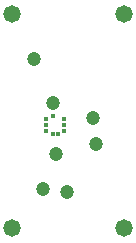
<source format=gbs>
G04*
G04 #@! TF.GenerationSoftware,Altium Limited,Altium Designer,22.10.1 (41)*
G04*
G04 Layer_Color=16711935*
%FSLAX25Y25*%
%MOIN*%
G70*
G04*
G04 #@! TF.SameCoordinates,23AF886C-BD8D-4168-B63B-0B8C2EF42FA2*
G04*
G04*
G04 #@! TF.FilePolarity,Negative*
G04*
G01*
G75*
%ADD20R,0.01484X0.01583*%
%ADD23C,0.05800*%
%ADD24C,0.04737*%
%ADD29R,0.01583X0.01484*%
D20*
X17518Y35498D02*
D03*
X19486D02*
D03*
X17518Y41502D02*
D03*
D23*
X4000Y4000D02*
D03*
X41500D02*
D03*
Y75500D02*
D03*
X4000D02*
D03*
D24*
X22500Y16000D02*
D03*
X14500Y17000D02*
D03*
X18768Y28771D02*
D03*
X32000Y32000D02*
D03*
X11500Y60361D02*
D03*
X30900Y40961D02*
D03*
X17518Y45882D02*
D03*
D29*
X21504Y36531D02*
D03*
Y40468D02*
D03*
Y38500D02*
D03*
X15500Y36531D02*
D03*
Y40468D02*
D03*
Y38500D02*
D03*
M02*

</source>
